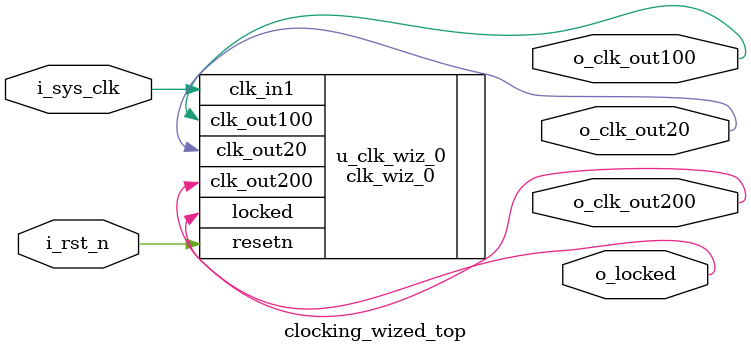
<source format=v>

`timescale 1ns / 1ps
module clocking_wized_top
(
	 input           i_sys_clk   // 100M
	,input           i_rst_n     // low active
	,output          o_clk_out100
	,output          o_clk_out20
	,output          o_clk_out200
	,output          o_locked
);
		
clk_wiz_0  u_clk_wiz_0
(
	// Clock out ports
	.clk_out100    (o_clk_out100 ),
	.clk_out20     (o_clk_out20  ),
	.clk_out200    (o_clk_out200 ),
	// Status and control signals
	.resetn        (i_rst_n      ),
	.locked        (o_locked     ),
	// Clock in ports
	.clk_in1       (i_sys_clk    )
);
 
endmodule

</source>
